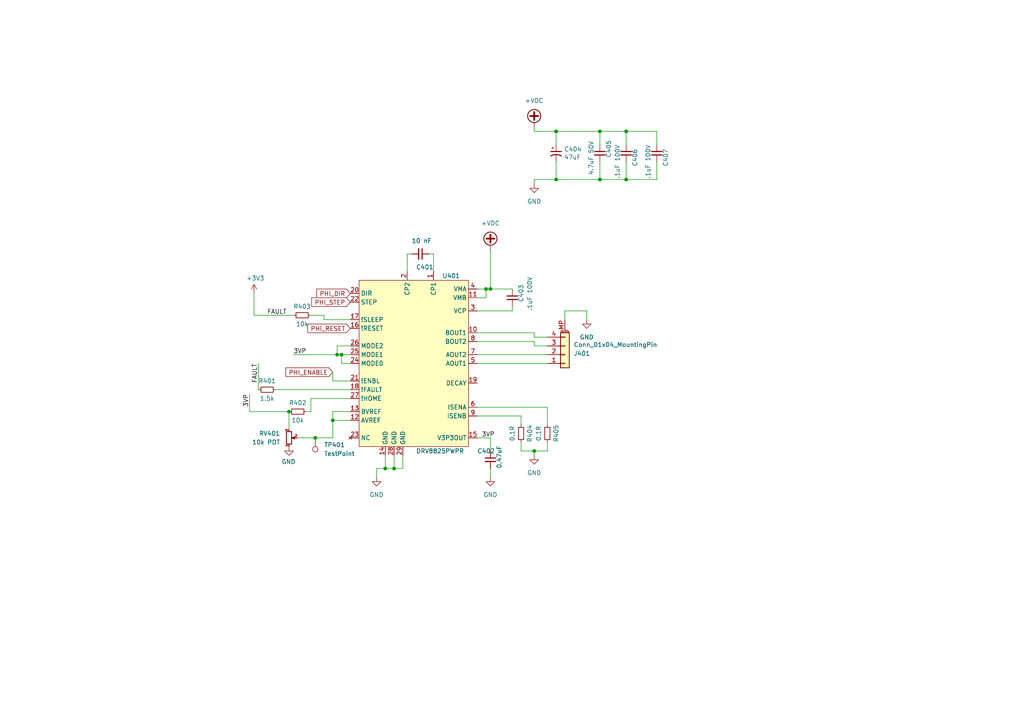
<source format=kicad_sch>
(kicad_sch (version 20230121) (generator eeschema)
  (paper "A4")
  (lib_symbols
    (symbol "Connector:TestPoint" (pin_numbers hide) (pin_names (offset 0.762) hide)
      (property "Reference" "TP" (at 0 6.858 0))
      (property "Value" "TestPoint" (at 0 5.08 0))
      (symbol "TestPoint_0_1"
        (circle (center 0 3.302) (radius 0.762))
      )
      (symbol "TestPoint_1_1"
        (pin passive line (at 0 0 90) (length 2.54) (name "1") (number "1"))
      )
    )
    (symbol "Connector_Generic_MountingPin:Conn_01x04_MountingPin" (pin_names (offset 1.016) hide)
      (property "Reference" "J" (at 0 5.08 0))
      (property "Value" "Conn_01x04_MountingPin" (at 1.27 -7.62 0))
      (symbol "Conn_01x04_MountingPin_1_1"
        (rectangle (start -1.27 -4.953) (end 0 -5.207) (stroke (width 0.1524)))
        (rectangle (start -1.27 -2.413) (end 0 -2.667) (stroke (width 0.1524)))
        (rectangle (start -1.27 0.127) (end 0 -0.127) (stroke (width 0.1524)))
        (rectangle (start -1.27 2.667) (end 0 2.413) (stroke (width 0.1524)))
        (rectangle (start -1.27 3.81) (end 1.27 -6.35) (stroke (width 0.254)) (fill (type background)))
        (polyline (pts (xy -1.016 -7.112) (xy 1.016 -7.112)) (stroke (width 0.1524)))
        (text "Mounting" (at 0 -6.731 0) (effects (font (size 0.381 0.381))))
        (pin passive line (at -5.08 2.54 0) (length 3.81) (name "Pin_1") (number "1"))
        (pin passive line (at -5.08 0 0) (length 3.81) (name "Pin_2") (number "2"))
        (pin passive line (at -5.08 -2.54 0) (length 3.81) (name "Pin_3") (number "3"))
        (pin passive line (at -5.08 -5.08 0) (length 3.81) (name "Pin_4") (number "4"))
        (pin passive line (at 0 -10.16 90) (length 3.048) (name "MountPin") (number "MP"))
      )
    )
    (symbol "Device:CP1_Small" (pin_numbers hide) (pin_names (offset 0.254) hide)
      (property "Reference" "C" (at 0.254 1.778 0))
      (property "Value" "CP1_Small" (at 0.254 -2.032 0))
      (symbol "CP1_Small_0_1"
        (polyline (pts (xy -1.524 0.508) (xy 1.524 0.508)) (stroke (width 0.3048)))
        (polyline (pts (xy -1.27 1.524) (xy -0.762 1.524)))
        (polyline (pts (xy -1.016 1.27) (xy -1.016 1.778)))
        (arc (start 1.524 -0.762) (mid 0 -0.3734) (end -1.524 -0.762) (stroke (width 0.3048)))
      )
      (symbol "CP1_Small_1_1"
        (pin passive line (at 0 2.54 270) (length 2.032) (name "~") (number "1"))
        (pin passive line (at 0 -2.54 90) (length 2.032) (name "~") (number "2"))
      )
    )
    (symbol "Device:C_Small" (pin_numbers hide) (pin_names (offset 0.254) hide)
      (property "Reference" "C" (at 0.254 1.778 0))
      (property "Value" "C_Small" (at 0.254 -2.032 0))
      (symbol "C_Small_0_1"
        (polyline (pts (xy -1.524 -0.508) (xy 1.524 -0.508)) (stroke (width 0.3302)))
        (polyline (pts (xy -1.524 0.508) (xy 1.524 0.508)) (stroke (width 0.3048)))
      )
      (symbol "C_Small_1_1"
        (pin passive line (at 0 2.54 270) (length 2.032) (name "~") (number "1"))
        (pin passive line (at 0 -2.54 90) (length 2.032) (name "~") (number "2"))
      )
    )
    (symbol "Device:R_POT_Small" (pin_names (offset 1.016) hide)
      (property "Reference" "RV" (at -4.445 0 90))
      (property "Value" "R_POT_Small" (at -2.54 0 90))
      (symbol "R_POT_Small_0_1"
        (polyline (pts (xy 0.889 0) (xy 0.635 0) (xy 1.651 0.381) (xy 1.651 -0.381) (xy 0.635 0) (xy 0.889 0)) (fill (type outline)))
        (rectangle (start 0.762 1.8034) (end -0.762 -1.8034) (stroke (width 0.254)))
      )
      (symbol "R_POT_Small_1_1"
        (pin passive line (at 0 2.54 270) (length 0.635) (name "1") (number "1"))
        (pin passive line (at 2.54 0 180) (length 0.9906) (name "2") (number "2"))
        (pin passive line (at 0 -2.54 90) (length 0.635) (name "3") (number "3"))
      )
    )
    (symbol "Device:R_Small" (pin_numbers hide) (pin_names (offset 0.254) hide)
      (property "Reference" "R" (at 0.762 0.508 0))
      (property "Value" "R_Small" (at 0.762 -1.016 0))
      (symbol "R_Small_0_1"
        (rectangle (start -0.762 1.778) (end 0.762 -1.778) (stroke (width 0.2032)))
      )
      (symbol "R_Small_1_1"
        (pin passive line (at 0 2.54 270) (length 0.762) (name "~") (number "1"))
        (pin passive line (at 0 -2.54 90) (length 0.762) (name "~") (number "2"))
      )
    )
    (symbol "Driver_Motor:DRV8825PWPR"
      (property "Reference" "U1" (at 7.62 21.59 0))
      (property "Value" "DRV8825PWPR" (at 0 -29.21 0))
      (symbol "DRV8825PWPR_0_0"
        (pin passive line (at 5.08 22.86 270) (length 2.54) (name "CP1") (number "1"))
        (pin output line (at 17.78 5.08 180) (length 2.54) (name "BOUT1") (number "10"))
        (pin power_in line (at 17.78 15.24 180) (length 2.54) (name "VMB") (number "11"))
        (pin input line (at -19.05 -20.32 0) (length 2.54) (name "AVREF") (number "12"))
        (pin input line (at -19.05 -17.78 0) (length 2.54) (name "BVREF") (number "13"))
        (pin input line (at -8.89 -30.48 90) (length 2.54) (name "GND") (number "14"))
        (pin input line (at 17.78 -25.4 180) (length 2.54) (name "V3P3OUT") (number "15"))
        (pin input line (at -19.05 6.35 0) (length 2.54) (name "!RESET") (number "16"))
        (pin input line (at -19.05 8.89 0) (length 2.54) (name "!SLEEP") (number "17"))
        (pin input line (at -19.05 -11.43 0) (length 2.54) (name "!FAULT") (number "18"))
        (pin input line (at 17.78 -9.525 180) (length 2.54) (name "DECAY") (number "19"))
        (pin passive line (at -2.54 22.86 270) (length 2.54) (name "CP2") (number "2"))
        (pin input line (at -19.05 16.51 0) (length 2.54) (name "DIR") (number "20"))
        (pin input line (at -19.05 -8.89 0) (length 2.54) (name "!ENBL") (number "21"))
        (pin input line (at -19.05 13.97 0) (length 2.54) (name "STEP") (number "22"))
        (pin no_connect line (at -19.05 -25.4 0) (length 2.54) (name "NC") (number "23"))
        (pin input line (at -19.05 -3.81 0) (length 2.54) (name "MODE0") (number "24"))
        (pin input line (at -19.05 -1.27 0) (length 2.54) (name "MODE1") (number "25"))
        (pin input line (at -19.05 1.27 0) (length 2.54) (name "MODE2") (number "26"))
        (pin input line (at -19.05 -13.97 0) (length 2.54) (name "!HOME") (number "27"))
        (pin input line (at -6.35 -30.48 90) (length 2.54) (name "GND") (number "28"))
        (pin input line (at -3.81 -30.48 90) (length 2.54) (name "GND") (number "29"))
        (pin power_in line (at 17.78 11.43 180) (length 2.54) (name "VCP") (number "3"))
        (pin power_in line (at 17.78 17.78 180) (length 2.54) (name "VMA") (number "4"))
        (pin output line (at 17.78 -3.81 180) (length 2.54) (name "AOUT1") (number "5"))
        (pin input line (at 17.78 -16.51 180) (length 2.54) (name "ISENA") (number "6"))
        (pin output line (at 17.78 -1.27 180) (length 2.54) (name "AOUT2") (number "7"))
        (pin output line (at 17.78 2.54 180) (length 2.54) (name "BOUT2") (number "8"))
        (pin input line (at 17.78 -19.05 180) (length 2.54) (name "ISENB") (number "9"))
      )
      (symbol "DRV8825PWPR_0_1"
        (rectangle (start -16.51 20.32) (end 15.24 -27.94) (fill (type background)))
      )
    )
    (symbol "power:+3.3V" (power) (pin_names (offset 0))
      (property "Value" "+3.3V" (at 0 3.556 0))
      (symbol "+3.3V_0_1"
        (polyline (pts (xy -0.762 1.27) (xy 0 2.54)))
        (polyline (pts (xy 0 0) (xy 0 2.54)))
        (polyline (pts (xy 0 2.54) (xy 0.762 1.27)))
      )
      (symbol "+3.3V_1_1"
        (pin power_in line (at 0 0 90) (length 0) hide (name "+3V3") (number "1"))
      )
    )
    (symbol "power:+VDC" (power) (pin_names (offset 0))
      (property "Value" "+VDC" (at 0 6.35 0))
      (symbol "+VDC_0_1"
        (polyline (pts (xy -1.143 3.175) (xy 1.143 3.175)) (stroke (width 0.508)))
        (polyline (pts (xy 0 0) (xy 0 1.27)))
        (polyline (pts (xy 0 2.032) (xy 0 4.318)) (stroke (width 0.508)))
        (circle (center 0 3.175) (radius 1.905) (stroke (width 0.254)))
      )
      (symbol "+VDC_1_1"
        (pin power_in line (at 0 0 90) (length 0) hide (name "+VDC") (number "1"))
      )
    )
    (symbol "power:GND" (power) (pin_names (offset 0))
      (property "Value" "GND" (at 0 -3.81 0))
      (symbol "GND_0_1"
        (polyline (pts (xy 0 0) (xy 0 -1.27) (xy 1.27 -1.27) (xy 0 -2.54) (xy -1.27 -1.27) (xy 0 -1.27)))
      )
      (symbol "GND_1_1"
        (pin power_in line (at 0 0 270) (length 0) hide (name "GND") (number "1"))
      )
    )
  )
  (junction (at 83.82 119.38))
  (junction (at 181.61 52.07))
  (junction (at 181.61 38.1))
  (junction (at 97.79 102.87))
  (junction (at 96.52 121.92))
  (junction (at 161.29 52.07))
  (junction (at 173.99 38.1))
  (junction (at 173.99 52.07))
  (junction (at 142.24 83.82))
  (junction (at 161.29 38.1))
  (junction (at 111.76 135.89))
  (junction (at 99.06 102.87))
  (junction (at 154.94 130.81))
  (junction (at 140.97 83.82))
  (junction (at 91.44 127))
  (junction (at 114.3 135.89))
  (wire (pts (xy 158.75 130.81) (xy 158.75 128.27)))
  (wire (pts (xy 154.94 130.81) (xy 158.75 130.81)))
  (wire (pts (xy 91.44 127) (xy 96.52 127)))
  (wire (pts (xy 80.01 113.03) (xy 101.6 113.03)))
  (wire (pts (xy 97.79 102.87) (xy 99.06 102.87)))
  (wire (pts (xy 114.3 132.08) (xy 114.3 135.89)))
  (wire (pts (xy 181.61 46.99) (xy 181.61 52.07)))
  (wire (pts (xy 114.3 135.89) (xy 111.76 135.89)))
  (wire (pts (xy 151.13 128.27) (xy 151.13 130.81)))
  (wire (pts (xy 99.06 102.87) (xy 101.6 102.87)))
  (wire (pts (xy 96.52 119.38) (xy 96.52 121.92)))
  (wire (pts (xy 142.24 135.89) (xy 142.24 138.43)))
  (wire (pts (xy 142.24 83.82) (xy 140.97 83.82)))
  (wire (pts (xy 111.76 135.89) (xy 109.22 135.89)))
  (wire (pts (xy 154.94 38.1) (xy 161.29 38.1)))
  (wire (pts (xy 140.97 86.36) (xy 140.97 83.82)))
  (wire (pts (xy 140.97 83.82) (xy 138.43 83.82)))
  (wire (pts (xy 148.59 90.17) (xy 138.43 90.17)))
  (wire (pts (xy 90.17 115.57) (xy 101.6 115.57)))
  (wire (pts (xy 74.93 105.41) (xy 74.93 113.03)))
  (wire (pts (xy 173.99 46.99) (xy 173.99 52.07)))
  (wire (pts (xy 90.17 119.38) (xy 88.9 119.38)))
  (wire (pts (xy 158.75 118.11) (xy 158.75 123.19)))
  (wire (pts (xy 173.99 38.1) (xy 173.99 41.91)))
  (wire (pts (xy 101.6 105.41) (xy 99.06 105.41)))
  (wire (pts (xy 125.73 78.74) (xy 125.73 73.66)))
  (wire (pts (xy 125.73 73.66) (xy 124.46 73.66)))
  (wire (pts (xy 138.43 118.11) (xy 158.75 118.11)))
  (wire (pts (xy 138.43 86.36) (xy 140.97 86.36)))
  (wire (pts (xy 170.18 90.17) (xy 170.18 92.71)))
  (wire (pts (xy 138.43 96.52) (xy 154.94 96.52)))
  (wire (pts (xy 154.94 100.33) (xy 158.75 100.33)))
  (wire (pts (xy 118.11 73.66) (xy 119.38 73.66)))
  (wire (pts (xy 138.43 120.65) (xy 151.13 120.65)))
  (wire (pts (xy 85.09 102.87) (xy 97.79 102.87)))
  (wire (pts (xy 181.61 52.07) (xy 190.5 52.07)))
  (wire (pts (xy 151.13 130.81) (xy 154.94 130.81)))
  (wire (pts (xy 96.52 121.92) (xy 96.52 127)))
  (wire (pts (xy 111.76 132.08) (xy 111.76 135.89)))
  (wire (pts (xy 154.94 52.07) (xy 161.29 52.07)))
  (wire (pts (xy 154.94 96.52) (xy 154.94 97.79)))
  (wire (pts (xy 148.59 88.9) (xy 148.59 90.17)))
  (wire (pts (xy 161.29 38.1) (xy 173.99 38.1)))
  (wire (pts (xy 72.39 114.3) (xy 72.39 119.38)))
  (wire (pts (xy 161.29 46.99) (xy 161.29 52.07)))
  (wire (pts (xy 161.29 52.07) (xy 173.99 52.07)))
  (wire (pts (xy 138.43 127) (xy 142.24 127)))
  (wire (pts (xy 96.52 121.92) (xy 101.6 121.92)))
  (wire (pts (xy 138.43 99.06) (xy 154.94 99.06)))
  (wire (pts (xy 154.94 36.83) (xy 154.94 38.1)))
  (wire (pts (xy 148.59 83.82) (xy 142.24 83.82)))
  (wire (pts (xy 99.06 105.41) (xy 99.06 102.87)))
  (wire (pts (xy 73.66 91.44) (xy 85.09 91.44)))
  (wire (pts (xy 73.66 91.44) (xy 73.66 85.09)))
  (wire (pts (xy 138.43 102.87) (xy 158.75 102.87)))
  (wire (pts (xy 190.5 38.1) (xy 190.5 41.91)))
  (wire (pts (xy 154.94 53.34) (xy 154.94 52.07)))
  (wire (pts (xy 163.83 92.71) (xy 163.83 90.17)))
  (wire (pts (xy 154.94 130.81) (xy 154.94 132.08)))
  (wire (pts (xy 72.39 119.38) (xy 83.82 119.38)))
  (wire (pts (xy 173.99 52.07) (xy 181.61 52.07)))
  (wire (pts (xy 93.98 92.71) (xy 93.98 91.44)))
  (wire (pts (xy 173.99 38.1) (xy 181.61 38.1)))
  (wire (pts (xy 97.79 100.33) (xy 97.79 102.87)))
  (wire (pts (xy 101.6 119.38) (xy 96.52 119.38)))
  (wire (pts (xy 101.6 92.71) (xy 93.98 92.71)))
  (wire (pts (xy 190.5 52.07) (xy 190.5 46.99)))
  (wire (pts (xy 101.6 100.33) (xy 97.79 100.33)))
  (wire (pts (xy 151.13 120.65) (xy 151.13 123.19)))
  (wire (pts (xy 118.11 78.74) (xy 118.11 73.66)))
  (wire (pts (xy 163.83 90.17) (xy 170.18 90.17)))
  (wire (pts (xy 96.52 110.49) (xy 96.52 107.95)))
  (wire (pts (xy 181.61 38.1) (xy 181.61 41.91)))
  (wire (pts (xy 93.98 91.44) (xy 90.17 91.44)))
  (wire (pts (xy 90.17 115.57) (xy 90.17 119.38)))
  (wire (pts (xy 83.82 119.38) (xy 83.82 124.46)))
  (wire (pts (xy 138.43 105.41) (xy 158.75 105.41)))
  (wire (pts (xy 101.6 110.49) (xy 96.52 110.49)))
  (wire (pts (xy 116.84 132.08) (xy 116.84 135.89)))
  (wire (pts (xy 109.22 135.89) (xy 109.22 138.43)))
  (wire (pts (xy 86.36 127) (xy 91.44 127)))
  (wire (pts (xy 142.24 127) (xy 142.24 130.81)))
  (wire (pts (xy 181.61 38.1) (xy 190.5 38.1)))
  (wire (pts (xy 161.29 38.1) (xy 161.29 41.91)))
  (wire (pts (xy 116.84 135.89) (xy 114.3 135.89)))
  (wire (pts (xy 142.24 72.39) (xy 142.24 83.82)))
  (wire (pts (xy 154.94 99.06) (xy 154.94 100.33)))
  (wire (pts (xy 154.94 97.79) (xy 158.75 97.79)))
  (label "FAULT" (at 77.47 91.44 0))
  (label "FAULT" (at 74.93 105.41 270))
  (label "3VP" (at 85.09 102.87 0))
  (label "3VP" (at 72.39 114.3 270))
  (label "3VP" (at 139.7 127 0))
  (global_label "PHI_DIR" (shape input) (at 101.6 85.09 180) (property "Intersheetrefs" "${INTERSHEET_REFS}" (effects hide)))
  (global_label "PHI_STEP" (shape input) (at 101.6 87.63 180) (property "Intersheetrefs" "${INTERSHEET_REFS}" (effects hide)))
  (global_label "PHI_ENABLE" (shape input) (at 96.52 107.95 180) (property "Intersheetrefs" "${INTERSHEET_REFS}" (effects hide)))
  (global_label "PHI_RESET" (shape input) (at 101.6 95.25 180) (property "Intersheetrefs" "${INTERSHEET_REFS}" (effects hide)))
  (symbol (lib_id "Connector:TestPoint") (at 91.44 127 180) (unit 1)
    (property "Reference" "TP401" (at 93.98 129.0319 0) (effects (justify right)))
    (property "Value" "TestPoint" (at 93.98 131.5719 0) (effects (justify right)))
    (property "Footprint" "TestPoint:TestPoint_THTPad_D1.0mm_Drill0.5mm" (effects hide))
  )
  (symbol (lib_id "Device:CP1_Small") (at 161.29 44.45 0) (unit 1)
    (property "Reference" "C404" (at 163.6014 43.2816 0) (effects (justify left)))
    (property "Value" "47uF" (at 163.6014 45.593 0) (effects (justify left)))
    (property "Footprint" "Capacitor_SMD:CP_Elec_6.3x7.7" (effects hide))
  )
  (symbol (lib_id "power:GND") (at 154.94 132.08 0) (unit 1)
    (property "Reference" "#PWR0408" (effects hide))
    (property "Value" "GND" (at 154.94 137.16 0))
  )
  (symbol (lib_id "power:GND") (at 142.24 138.43 0) (unit 1)
    (property "Reference" "#PWR0405" (effects hide))
    (property "Value" "GND" (at 142.24 143.51 0))
  )
  (symbol (lib_id "Device:C_Small") (at 148.59 86.36 0) (unit 1)
    (property "Reference" "C403" (at 151.13 87.63 90) (effects (justify left)))
    (property "Value" ".1uF 100V" (at 153.67 90.17 90) (effects (justify left)))
    (property "Footprint" "Capacitor_SMD:C_0805_2012Metric" (effects hide))
  )
  (symbol (lib_id "Device:C_Small") (at 142.24 133.35 0) (unit 1)
    (property "Reference" "C402" (at 138.43 130.81 0) (effects (justify left)))
    (property "Value" "0.47uF" (at 144.78 135.89 90) (effects (justify left)))
    (property "Footprint" "Capacitor_SMD:C_0603_1608Metric" (effects hide))
  )
  (symbol (lib_id "Device:R_Small") (at 77.47 113.03 270) (unit 1)
    (property "Reference" "R401" (at 77.47 110.49 90))
    (property "Value" "1.5k" (at 77.47 115.57 90))
    (property "Footprint" "Resistor_SMD:R_0603_1608Metric" (effects hide))
  )
  (symbol (lib_id "power:GND") (at 170.18 92.71 0) (unit 1)
    (property "Reference" "#PWR0409" (effects hide))
    (property "Value" "GND" (at 170.18 97.79 0))
  )
  (symbol (lib_id "Device:R_POT_Small") (at 83.82 127 0) (mirror x) (unit 1)
    (property "Reference" "RV401" (at 81.28 125.73 0) (effects (justify right)))
    (property "Value" "10k POT" (at 81.28 128.27 0) (effects (justify right)))
    (property "Footprint" "Potentiometer_SMD:Potentiometer_Bourns_TC33X_Vertical" (effects hide))
  )
  (symbol (lib_id "Device:R_Small") (at 87.63 91.44 270) (unit 1)
    (property "Reference" "R403" (at 87.63 88.9 90))
    (property "Value" "10k" (at 87.63 93.98 90))
    (property "Footprint" "Resistor_SMD:R_0603_1608Metric" (effects hide))
  )
  (symbol (lib_id "Device:C_Small") (at 181.61 44.45 180) (unit 1)
    (property "Reference" "C406" (at 184.15 43.18 90) (effects (justify left)))
    (property "Value" ".1uF 100V" (at 179.07 41.91 90) (effects (justify left)))
    (property "Footprint" "Capacitor_SMD:C_0805_2012Metric" (effects hide))
  )
  (symbol (lib_id "power:+VDC") (at 154.94 36.83 0) (unit 1)
    (property "Reference" "#PWR0406" (effects hide))
    (property "Value" "+VDC" (at 154.94 29.21 0))
  )
  (symbol (lib_id "Device:C_Small") (at 173.99 44.45 0) (unit 1)
    (property "Reference" "C405" (at 176.53 45.72 90) (effects (justify left)))
    (property "Value" "4.7uF 50V" (at 171.45 50.8 90) (effects (justify left)))
    (property "Footprint" "Capacitor_SMD:C_0805_2012Metric" (effects hide))
  )
  (symbol (lib_id "power:GND") (at 154.94 53.34 0) (unit 1)
    (property "Reference" "#PWR0407" (effects hide))
    (property "Value" "GND" (at 154.94 58.42 0))
  )
  (symbol (lib_id "power:+3.3V") (at 73.66 85.09 0) (unit 1)
    (property "Reference" "#PWR0401" (effects hide))
    (property "Value" "+3.3V" (at 74.041 80.6958 0))
  )
  (symbol (lib_id "Device:R_Small") (at 151.13 125.73 180) (unit 1)
    (property "Reference" "R404" (at 153.67 125.73 90))
    (property "Value" "0.1R" (at 148.59 125.73 90))
    (property "Footprint" "Resistor_SMD:R_0805_2012Metric" (effects hide))
  )
  (symbol (lib_id "Driver_Motor:DRV8825PWPR") (at 120.65 101.6 0) (unit 1)
    (property "Reference" "U401" (at 128.27 80.01 0) (effects (justify left)))
    (property "Value" "DRV8825PWPR" (at 120.65 130.81 0) (effects (justify left)))
    (property "Footprint" "Package_SO:HTSSOP-28-1EP_4.4x9.7mm_P0.65mm_EP3.4x9.5mm_ThermalVias" (effects hide))
  )
  (symbol (lib_id "Device:C_Small") (at 190.5 44.45 180) (unit 1)
    (property "Reference" "C407" (at 193.04 43.18 90) (effects (justify left)))
    (property "Value" ".1uF 100V" (at 187.96 41.91 90) (effects (justify left)))
    (property "Footprint" "Capacitor_SMD:C_0805_2012Metric" (effects hide))
  )
  (symbol (lib_id "Device:R_Small") (at 158.75 125.73 180) (unit 1)
    (property "Reference" "R405" (at 161.29 125.73 90))
    (property "Value" "0.1R" (at 156.21 125.73 90))
    (property "Footprint" "Resistor_SMD:R_0805_2012Metric" (effects hide))
  )
  (symbol (lib_id "Device:R_Small") (at 86.36 119.38 270) (unit 1)
    (property "Reference" "R402" (at 86.36 116.84 90))
    (property "Value" "10k" (at 86.36 121.92 90))
    (property "Footprint" "Resistor_SMD:R_0603_1608Metric" (effects hide))
  )
  (symbol (lib_id "power:GND") (at 83.82 129.54 0) (mirror y) (unit 1)
    (property "Reference" "#PWR0402" (effects hide))
    (property "Value" "GND" (at 83.693 133.9342 0))
  )
  (symbol (lib_id "Device:C_Small") (at 121.92 73.66 270) (unit 1)
    (property "Reference" "C401" (at 120.65 77.47 90) (effects (justify left)))
    (property "Value" "10 nF" (at 119.38 69.85 90) (effects (justify left)))
    (property "Footprint" "Capacitor_SMD:C_0603_1608Metric" (effects hide))
  )
  (symbol (lib_id "power:GND") (at 109.22 138.43 0) (unit 1)
    (property "Reference" "#PWR0403" (effects hide))
    (property "Value" "GND" (at 109.22 143.51 0))
  )
  (symbol (lib_id "Connector_Generic_MountingPin:Conn_01x04_MountingPin") (at 163.83 102.87 0) (mirror x) (unit 1)
    (property "Reference" "J401" (at 166.37 102.5145 0) (effects (justify left)))
    (property "Value" "Conn_01x04_MountingPin" (at 166.37 99.9745 0) (effects (justify left)))
    (property "Footprint" "Connector_JST:JST_PH_B4B-PH-SM4-TB_1x04-1MP_P2.00mm_Vertical" (effects hide))
  )
  (symbol (lib_id "power:+VDC") (at 142.24 72.39 0) (unit 1)
    (property "Reference" "#PWR0404" (effects hide))
    (property "Value" "+VDC" (at 142.24 64.77 0))
  )
)
</source>
